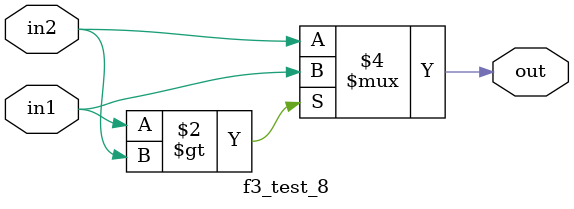
<source format=v>
module f3_test_8 (in1, in2, out);
input  in1, in2;
output  reg out;
always @ ( in1 or in2)
	if(in1 > in2)
		out = in1;
	else
		out = in2;
endmodule
</source>
